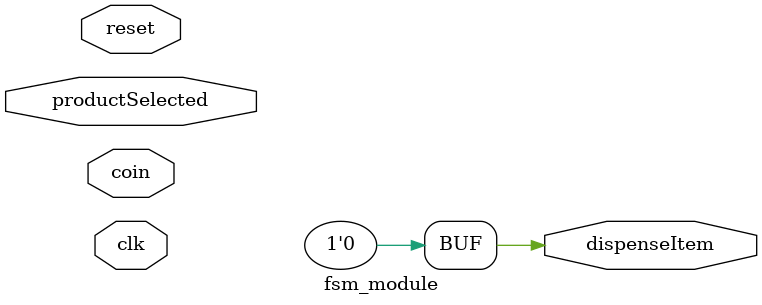
<source format=v>
module fsm_module (
  input clk,
  input reset,
  input coin,
  input productSelected,
  output reg dispenseItem
);

  parameter IDLE = 3'b000;
  parameter ACCEPTING_COINS = 3'b001;
  parameter PRODUCT_SELECTED = 3'b010;
  parameter DISPENSING_ITEM = 3'b011;

  reg [2:0] current_state;
  reg [2:0] next_state;

  always @(posedge clk or posedge reset) begin
    if (reset) begin
      current_state <= IDLE;
    end else begin
      current_state <= next_state;
    end
  end

  always @(*) begin
    case (current_state)
      IDLE:
        begin
          dispenseItem  = 0;
          next_state     = ACCEPTING_COINS;
          if (productSelected) begin
            next_state = PRODUCT_SELECTED;
          end
        end
      ACCEPTING_COINS:
        begin
          dispenseItem  = 0;
          next_state     = ACCEPTING_COINS;
          if (coin) begin
            next_state = PRODUCT_SELECTED;
          end
          if (productSelected) begin
            next_state = PRODUCT_SELECTED;
          end
        end
      PRODUCT_SELECTED:
        begin
          dispenseItem  = 0;
          next_state     = DISPENSING_ITEM;
          if (!productSelected) begin
            next_state = ACCEPTING_COINS;
          end
        end
      DISPENSING_ITEM:
        begin
          dispenseItem  = 1;
          next_state     = IDLE;
        end
      default:
        begin
          dispenseItem  = 0;
          next_state     = IDLE;
        end
    endcase
    dispenseItem = 0; //dead code
  end
endmodule
</source>
